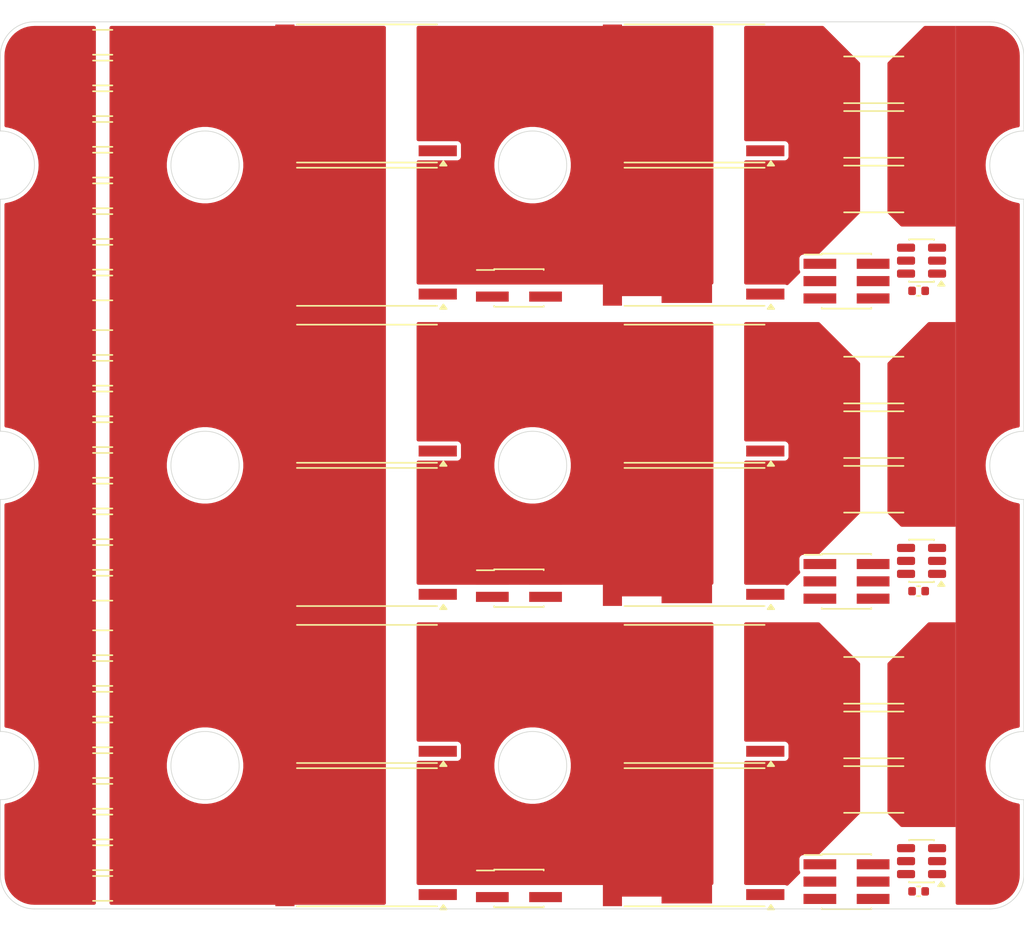
<source format=kicad_pcb>
(kicad_pcb (version 20241229) (generator "pcbnew") (generator_version "9.0")
  (layers (0 "F.Cu" signal) (2 "B.Cu" signal) (13 "F.Paste" user) (15 "B.Paste" user) (5 "F.SilkS" user "F.Silkscreen") (7 "B.SilkS" user "B.Silkscreen") (1 "F.Mask" user) (3 "B.Mask" user) (25 "Edge.Cuts" user))
  (net 0 "")
  (net 1 "/Phase2/GH")
  (net 2 "/Phase2/GL")
  (net 3 "/Phase1/GL")
  (net 4 "/Phase1/GH")
  (net 5 "/Phase3/GH")
  (net 6 "/Phase3/GL")
  (net 7 "GND")
  (net 8 "VBUS")
  (net 9 "GNDPWR")
  (net 10 "/Phase1/SH")
  (net 11 "/Phase1/CUR")
  (net 12 "/Phase1/VREF")
  (net 13 "VCC")
  (net 14 "/Phase2/SH")
  (net 15 "/Phase2/VREF")
  (net 16 "/Phase2/CUR")
  (net 17 "/Phase3/VREF")
  (net 18 "/Phase3/CUR")
  (net 19 "/Phase3/SH")
  (net 20 "/Phase1/PH")
  (net 21 "/Phase2/PH")
  (net 22 "/Phase3/PH")
  (footprint "Connector_PinHeader_1.27mm:PinHeader_2x03_P1.27mm_Vertical_SMD" (layer "F.Cu") (at 87 80.5)
    (property "Reference" "J2" (hide yes))
    (property "Value" "Conn_02x03_Odd_Even")
    (pad "1" smd rect (at -1.95 -1.27) (size 2.4 0.74) (layers "F.Cu" "F.Mask" "F.Paste") (net 12 "/Phase1/VREF"))
    (pad "2" smd rect (at 1.95 -1.27) (size 2.4 0.74) (layers "F.Cu" "F.Mask" "F.Paste") (net 13 "VCC"))
    (pad "3" smd rect (at -1.95 0) (size 2.4 0.74) (layers "F.Cu" "F.Mask" "F.Paste") (net 10 "/Phase1/SH"))
    (pad "4" smd rect (at 1.95 0) (size 2.4 0.74) (layers "F.Cu" "F.Mask" "F.Paste") (net 7 "GND"))
    (pad "5" smd rect (at -1.95 1.27) (size 2.4 0.74) (layers "F.Cu" "F.Mask" "F.Paste") (net 3 "/Phase1/GL"))
    (pad "6" smd rect (at 1.95 1.27) (size 2.4 0.74) (layers "F.Cu" "F.Mask" "F.Paste") (net 11 "/Phase1/CUR"))
  )
  (footprint "Capacitor_SMD:C_1206_3216Metric" (layer "F.Cu") (at 32.5 50 180)
    (property "Reference" "C16" (hide yes))
    (property "Value" "2u2")
    (pad "1" smd roundrect (at -1.475 0 180) (size 1.15 1.8) (layers "F.Cu" "F.Mask" "F.Paste") (roundrect_rratio 0.217391) (net 8 "VBUS"))
    (pad "2" smd roundrect (at 1.475 0 180) (size 1.15 1.8) (layers "F.Cu" "F.Mask" "F.Paste") (roundrect_rratio 0.217391) (net 9 "GNDPWR"))
  )
  (footprint "Capacitor_SMD:C_1206_3216Metric" (layer "F.Cu") (at 32.5 63 180)
    (property "Reference" "C10" (hide yes))
    (property "Value" "2u2")
    (pad "1" smd roundrect (at -1.475001 0 180) (size 1.15 1.8) (layers "F.Cu" "F.Mask" "F.Paste") (roundrect_rratio 0.217391) (net 8 "VBUS"))
    (pad "2" smd roundrect (at 1.475001 0 180) (size 1.15 1.8) (layers "F.Cu" "F.Mask" "F.Paste") (roundrect_rratio 0.217391) (net 9 "GNDPWR"))
  )
  (footprint "Capacitor_SMD:C_1206_3216Metric" (layer "F.Cu") (at 32.5 47.75 180)
    (property "Reference" "C17" (hide yes))
    (property "Value" "2u2")
    (pad "1" smd roundrect (at -1.475 0 180) (size 1.15 1.8) (layers "F.Cu" "F.Mask" "F.Paste") (roundrect_rratio 0.217391) (net 8 "VBUS"))
    (pad "2" smd roundrect (at 1.475 0 180) (size 1.15 1.8) (layers "F.Cu" "F.Mask" "F.Paste") (roundrect_rratio 0.217391) (net 9 "GNDPWR"))
  )
  (footprint "Package_TO_SOT_SMD:Infineon_PG-HSOF-8-1" (layer "F.Cu") (at 75.8 66.75 180)
    (property "Reference" "Q4" (hide yes))
    (property "Value" "IPT015N10NF2S")
    (pad "1" smd rect (at -5.25 -4.2 180) (size 2.8 0.8) (layers "F.Cu" "F.Mask") (net 3 "/Phase1/GL"))
    (pad "2" smd custom (at -4.25 0.6 180) (size 0.8 8) (layers "F.Cu" "F.Mask") (net 10 "/Phase1/SH") (options (clearance outline) (anchor rect)) (primitives (gr_poly (pts (xy -0.4 -3.2) (xy -2.4 -3.2) (xy -2.4 -4) (xy -0.4 -4)) (width 0) (fill yes)) (gr_poly (pts (xy -0.4 -2) (xy -2.4 -2) (xy -2.4 -2.8) (xy -0.4 -2.8)) (width 0) (fill yes)) (gr_poly (pts (xy -0.4 -0.8) (xy -2.4 -0.8) (xy -2.4 -1.6) (xy -0.4 -1.6)) (width 0) (fill yes)) (gr_poly (pts (xy -0.4 0.4) (xy -2.4 0.4) (xy -2.4 -0.4) (xy -0.4 -0.4)) (width 0) (fill yes)) (gr_poly (pts (xy -0.4 1.6) (xy -2.4 1.6) (xy -2.4 0.8) (xy -0.4 0.8)) (width 0) (fill yes)) (gr_poly (pts (xy -0.4 2.8) (xy -2.4 2.8) (xy -2.4 2) (xy -0.4 2)) (width 0) (fill yes)) (gr_poly (pts (xy -0.4 4) (xy -2.4 4) (xy -2.4 3.2) (xy -0.4 3.2)) (width 0) (fill yes))))
    (pad "3" smd custom (at 3.8 0 180) (size 2.9 8.7) (layers "F.Cu" "F.Mask") (net 20 "/Phase1/PH") (options (clearance outline) (anchor rect)) (primitives (gr_poly (pts (xy 2.85 5.05) (xy 1.45 5.05) (xy 1.45 -5.05) (xy 2.85 -5.05)) (width 0) (fill yes)) (gr_poly (pts (xy -1.45 4.85) (xy -5.15 4.85) (xy -5.15 -4.85) (xy -1.45 -4.85)) (width 0) (fill yes))))
  )
  (footprint "Resistor_SMD:R_2512_6332Metric" (layer "F.Cu") (at 89 69.75)
    (property "Reference" "R2" (hide yes))
    (property "Value" "1m")
    (pad "1" smd roundrect (at -2.9625 0) (size 1.225 3.35) (layers "F.Cu" "F.Mask" "F.Paste") (roundrect_rratio 0.204082) (net 10 "/Phase1/SH"))
    (pad "2" smd roundrect (at 2.9625 0) (size 1.225 3.35) (layers "F.Cu" "F.Mask" "F.Paste") (roundrect_rratio 0.204082) (net 9 "GNDPWR"))
  )
  (footprint "Package_TO_SOT_SMD:Infineon_PG-HSOF-8-1" (layer "F.Cu") (at 51.8 44.75 180)
    (property "Reference" "Q6" (hide yes))
    (property "Value" "IPT015N10NF2S")
    (pad "1" smd rect (at -5.25 -4.2 180) (size 2.8 0.8) (layers "F.Cu" "F.Mask") (net 1 "/Phase2/GH"))
    (pad "2" smd custom (at -4.25 0.6 180) (size 0.8 8) (layers "F.Cu" "F.Mask") (net 21 "/Phase2/PH") (options (clearance outline) (anchor rect)) (primitives (gr_poly (pts (xy -0.4 -3.2) (xy -2.4 -3.2) (xy -2.4 -4) (xy -0.4 -4)) (width 0) (fill yes)) (gr_poly (pts (xy -0.4 -2) (xy -2.4 -2) (xy -2.4 -2.8) (xy -0.4 -2.8)) (width 0) (fill yes)) (gr_poly (pts (xy -0.4 -0.8) (xy -2.4 -0.8) (xy -2.4 -1.6) (xy -0.4 -1.6)) (width 0) (fill yes)) (gr_poly (pts (xy -0.4 0.4) (xy -2.4 0.4) (xy -2.4 -0.4) (xy -0.4 -0.4)) (width 0) (fill yes)) (gr_poly (pts (xy -0.4 1.6) (xy -2.4 1.6) (xy -2.4 0.8) (xy -0.4 0.8)) (width 0) (fill yes)) (gr_poly (pts (xy -0.4 2.8) (xy -2.4 2.8) (xy -2.4 2) (xy -0.4 2)) (width 0) (fill yes)) (gr_poly (pts (xy -0.4 4) (xy -2.4 4) (xy -2.4 3.2) (xy -0.4 3.2)) (width 0) (fill yes))))
    (pad "3" smd custom (at 3.8 0 180) (size 2.9 8.7) (layers "F.Cu" "F.Mask") (net 8 "VBUS") (options (clearance outline) (anchor rect)) (primitives (gr_poly (pts (xy 2.85 5.05) (xy 1.45 5.05) (xy 1.45 -5.05) (xy 2.85 -5.05)) (width 0) (fill yes)) (gr_poly (pts (xy -1.45 4.85) (xy -5.15 4.85) (xy -5.15 -4.85) (xy -1.45 -4.85)) (width 0) (fill yes))))
  )
  (footprint "Resistor_SMD:R_2512_6332Metric" (layer "F.Cu") (at 89 29.75)
    (property "Reference" "R7" (hide yes))
    (property "Value" "1m")
    (pad "1" smd roundrect (at -2.9625 0) (size 1.225 3.35) (layers "F.Cu" "F.Mask" "F.Paste") (roundrect_rratio 0.204082) (net 19 "/Phase3/SH"))
    (pad "2" smd roundrect (at 2.9625 0) (size 1.225 3.35) (layers "F.Cu" "F.Mask" "F.Paste") (roundrect_rratio 0.204082) (net 9 "GNDPWR"))
  )
  (footprint "Package_TO_SOT_SMD:Infineon_PG-HSOF-8-1" (layer "F.Cu") (at 75.8 77.25 180)
    (property "Reference" "Q3" (hide yes))
    (property "Value" "IPT015N10NF2S")
    (pad "1" smd rect (at -5.25 -4.2 180) (size 2.8 0.8) (layers "F.Cu" "F.Mask") (net 3 "/Phase1/GL"))
    (pad "2" smd custom (at -4.25 0.6 180) (size 0.8 8) (layers "F.Cu" "F.Mask") (net 10 "/Phase1/SH") (options (clearance outline) (anchor rect)) (primitives (gr_poly (pts (xy -0.4 -3.2) (xy -2.4 -3.2) (xy -2.4 -4) (xy -0.4 -4)) (width 0) (fill yes)) (gr_poly (pts (xy -0.4 -2) (xy -2.4 -2) (xy -2.4 -2.8) (xy -0.4 -2.8)) (width 0) (fill yes)) (gr_poly (pts (xy -0.4 -0.8) (xy -2.4 -0.8) (xy -2.4 -1.6) (xy -0.4 -1.6)) (width 0) (fill yes)) (gr_poly (pts (xy -0.4 0.4) (xy -2.4 0.4) (xy -2.4 -0.4) (xy -0.4 -0.4)) (width 0) (fill yes)) (gr_poly (pts (xy -0.4 1.6) (xy -2.4 1.6) (xy -2.4 0.8) (xy -0.4 0.8)) (width 0) (fill yes)) (gr_poly (pts (xy -0.4 2.8) (xy -2.4 2.8) (xy -2.4 2) (xy -0.4 2)) (width 0) (fill yes)) (gr_poly (pts (xy -0.4 4) (xy -2.4 4) (xy -2.4 3.2) (xy -0.4 3.2)) (width 0) (fill yes))))
    (pad "3" smd custom (at 3.8 0 180) (size 2.9 8.7) (layers "F.Cu" "F.Mask") (net 20 "/Phase1/PH") (options (clearance outline) (anchor rect)) (primitives (gr_poly (pts (xy 2.85 5.05) (xy 1.45 5.05) (xy 1.45 -5.05) (xy 2.85 -5.05)) (width 0) (fill yes)) (gr_poly (pts (xy -1.45 4.85) (xy -5.15 4.85) (xy -5.15 -4.85) (xy -1.45 -4.85)) (width 0) (fill yes))))
  )
  (footprint "Capacitor_SMD:C_1206_3216Metric" (layer "F.Cu") (at 32.5 81 180)
    (property "Reference" "C2" (hide yes))
    (property "Value" "2u2")
    (pad "1" smd roundrect (at -1.475001 0 180) (size 1.15 1.8) (layers "F.Cu" "F.Mask" "F.Paste") (roundrect_rratio 0.217391) (net 8 "VBUS"))
    (pad "2" smd roundrect (at 1.475001 0 180) (size 1.15 1.8) (layers "F.Cu" "F.Mask" "F.Paste") (roundrect_rratio 0.217391) (net 9 "GNDPWR"))
  )
  (footprint "Capacitor_SMD:C_1206_3216Metric" (layer "F.Cu") (at 32.5 59 180)
    (property "Reference" "C12" (hide yes))
    (property "Value" "2u2")
    (pad "1" smd roundrect (at -1.475 0 180) (size 1.15 1.8) (layers "F.Cu" "F.Mask" "F.Paste") (roundrect_rratio 0.217391) (net 8 "VBUS"))
    (pad "2" smd roundrect (at 1.475 0 180) (size 1.15 1.8) (layers "F.Cu" "F.Mask" "F.Paste") (roundrect_rratio 0.217391) (net 9 "GNDPWR"))
  )
  (footprint "Package_TO_SOT_SMD:Infineon_PG-HSOF-8-1" (layer "F.Cu") (at 51.8 22.75 180)
    (property "Reference" "Q10" (hide yes))
    (property "Value" "IPT015N10NF2S")
    (pad "1" smd rect (at -5.25 -4.2 180) (size 2.8 0.8) (layers "F.Cu" "F.Mask") (net 5 "/Phase3/GH"))
    (pad "2" smd custom (at -4.25 0.6 180) (size 0.8 8) (layers "F.Cu" "F.Mask") (net 22 "/Phase3/PH") (options (clearance outline) (anchor rect)) (primitives (gr_poly (pts (xy -0.4 -3.2) (xy -2.4 -3.2) (xy -2.4 -4) (xy -0.4 -4)) (width 0) (fill yes)) (gr_poly (pts (xy -0.4 -2) (xy -2.4 -2) (xy -2.4 -2.8) (xy -0.4 -2.8)) (width 0) (fill yes)) (gr_poly (pts (xy -0.4 -0.8) (xy -2.4 -0.8) (xy -2.4 -1.6) (xy -0.4 -1.6)) (width 0) (fill yes)) (gr_poly (pts (xy -0.4 0.4) (xy -2.4 0.4) (xy -2.4 -0.4) (xy -0.4 -0.4)) (width 0) (fill yes)) (gr_poly (pts (xy -0.4 1.6) (xy -2.4 1.6) (xy -2.4 0.8) (xy -0.4 0.8)) (width 0) (fill yes)) (gr_poly (pts (xy -0.4 2.8) (xy -2.4 2.8) (xy -2.4 2) (xy -0.4 2)) (width 0) (fill yes)) (gr_poly (pts (xy -0.4 4) (xy -2.4 4) (xy -2.4 3.2) (xy -0.4 3.2)) (width 0) (fill yes))))
    (pad "3" smd custom (at 3.8 0 180) (size 2.9 8.7) (layers "F.Cu" "F.Mask") (net 8 "VBUS") (options (clearance outline) (anchor rect)) (primitives (gr_poly (pts (xy 2.85 5.05) (xy 1.45 5.05) (xy 1.45 -5.05) (xy 2.85 -5.05)) (width 0) (fill yes)) (gr_poly (pts (xy -1.45 4.85) (xy -5.15 4.85) (xy -5.15 -4.85) (xy -1.45 -4.85)) (width 0) (fill yes))))
  )
  (footprint "Capacitor_SMD:C_1206_3216Metric" (layer "F.Cu") (at 32.5 28 180)
    (property "Reference" "C26" (hide yes))
    (property "Value" "2u2")
    (pad "1" smd roundrect (at -1.475 0 180) (size 1.15 1.8) (layers "F.Cu" "F.Mask" "F.Paste") (roundrect_rratio 0.217391) (net 8 "VBUS"))
    (pad "2" smd roundrect (at 1.475 0 180) (size 1.15 1.8) (layers "F.Cu" "F.Mask" "F.Paste") (roundrect_rratio 0.217391) (net 9 "GNDPWR"))
  )
  (footprint "Package_TO_SOT_SMD:Infineon_PG-HSOF-8-1" (layer "F.Cu") (at 51.8 55.25 180)
    (property "Reference" "Q5" (hide yes))
    (property "Value" "IPT015N10NF2S")
    (pad "1" smd rect (at -5.25 -4.2 180) (size 2.8 0.8) (layers "F.Cu" "F.Mask") (net 1 "/Phase2/GH"))
    (pad "2" smd custom (at -4.25 0.6 180) (size 0.8 8) (layers "F.Cu" "F.Mask") (net 21 "/Phase2/PH") (options (clearance outline) (anchor rect)) (primitives (gr_poly (pts (xy -0.4 -3.2) (xy -2.4 -3.2) (xy -2.4 -4) (xy -0.4 -4)) (width 0) (fill yes)) (gr_poly (pts (xy -0.4 -2) (xy -2.4 -2) (xy -2.4 -2.8) (xy -0.4 -2.8)) (width 0) (fill yes)) (gr_poly (pts (xy -0.4 -0.8) (xy -2.4 -0.8) (xy -2.4 -1.6) (xy -0.4 -1.6)) (width 0) (fill yes)) (gr_poly (pts (xy -0.4 0.4) (xy -2.4 0.4) (xy -2.4 -0.4) (xy -0.4 -0.4)) (width 0) (fill yes)) (gr_poly (pts (xy -0.4 1.6) (xy -2.4 1.6) (xy -2.4 0.8) (xy -0.4 0.8)) (width 0) (fill yes)) (gr_poly (pts (xy -0.4 2.8) (xy -2.4 2.8) (xy -2.4 2) (xy -0.4 2)) (width 0) (fill yes)) (gr_poly (pts (xy -0.4 4) (xy -2.4 4) (xy -2.4 3.2) (xy -0.4 3.2)) (width 0) (fill yes))))
    (pad "3" smd custom (at 3.8 0 180) (size 2.9 8.7) (layers "F.Cu" "F.Mask") (net 8 "VBUS") (options (clearance outline) (anchor rect)) (primitives (gr_poly (pts (xy 2.85 5.05) (xy 1.45 5.05) (xy 1.45 -5.05) (xy 2.85 -5.05)) (width 0) (fill yes)) (gr_poly (pts (xy -1.45 4.85) (xy -5.15 4.85) (xy -5.15 -4.85) (xy -1.45 -4.85)) (width 0) (fill yes))))
  )
  (footprint "Capacitor_SMD:C_1206_3216Metric" (layer "F.Cu") (at 32.5 69.75 180)
    (property "Reference" "C7" (hide yes))
    (property "Value" "2u2")
    (pad "1" smd roundrect (at -1.475001 0 180) (size 1.15 1.8) (layers "F.Cu" "F.Mask" "F.Paste") (roundrect_rratio 0.217391) (net 8 "VBUS"))
    (pad "2" smd roundrect (at 1.475001 0 180) (size 1.15 1.8) (layers "F.Cu" "F.Mask" "F.Paste") (roundrect_rratio 0.217391) (net 9 "GNDPWR"))
  )
  (footprint "Capacitor_SMD:C_0402_1005Metric" (layer "F.Cu") (at 92.285089 37.213801 180)
    (property "Reference" "C21" (hide yes))
    (property "Value" "100n")
    (pad "1" smd roundrect (at -0.48 0 180) (size 0.56 0.62) (layers "F.Cu" "F.Mask" "F.Paste") (net 13 "VCC"))
    (pad "2" smd roundrect (at 0.48 0 180) (size 0.56 0.62) (layers "F.Cu" "F.Mask" "F.Paste") (net 7 "GND"))
  )
  (footprint "Package_TO_SOT_SMD:Infineon_PG-HSOF-8-1" (layer "F.Cu") (at 75.8 22.75 180)
    (property "Reference" "Q12" (hide yes))
    (property "Value" "IPT015N10NF2S")
    (pad "1" smd rect (at -5.25 -4.2 180) (size 2.8 0.8) (layers "F.Cu" "F.Mask") (net 6 "/Phase3/GL"))
    (pad "2" smd custom (at -4.25 0.6 180) (size 0.8 8) (layers "F.Cu" "F.Mask") (net 19 "/Phase3/SH") (options (clearance outline) (anchor rect)) (primitives (gr_poly (pts (xy -0.4 -3.2) (xy -2.4 -3.2) (xy -2.4 -4) (xy -0.4 -4)) (width 0) (fill yes)) (gr_poly (pts (xy -0.4 -2) (xy -2.4 -2) (xy -2.4 -2.8) (xy -0.4 -2.8)) (width 0) (fill yes)) (gr_poly (pts (xy -0.4 -0.8) (xy -2.4 -0.8) (xy -2.4 -1.6) (xy -0.4 -1.6)) (width 0) (fill yes)) (gr_poly (pts (xy -0.4 0.4) (xy -2.4 0.4) (xy -2.4 -0.4) (xy -0.4 -0.4)) (width 0) (fill yes)) (gr_poly (pts (xy -0.4 1.6) (xy -2.4 1.6) (xy -2.4 0.8) (xy -0.4 0.8)) (width 0) (fill yes)) (gr_poly (pts (xy -0.4 2.8) (xy -2.4 2.8) (xy -2.4 2) (xy -0.4 2)) (width 0) (fill yes)) (gr_poly (pts (xy -0.4 4) (xy -2.4 4) (xy -2.4 3.2) (xy -0.4 3.2)) (width 0) (fill yes))))
    (pad "3" smd custom (at 3.8 0 180) (size 2.9 8.7) (layers "F.Cu" "F.Mask") (net 22 "/Phase3/PH") (options (clearance outline) (anchor rect)) (primitives (gr_poly (pts (xy 2.85 5.05) (xy 1.45 5.05) (xy 1.45 -5.05) (xy 2.85 -5.05)) (width 0) (fill yes)) (gr_poly (pts (xy -1.45 4.85) (xy -5.15 4.85) (xy -5.15 -4.85) (xy -1.45 -4.85)) (width 0) (fill yes))))
  )
  (footprint "Package_TO_SOT_SMD:Infineon_PG-HSOF-8-1" (layer "F.Cu") (at 51.8 33.25 180)
    (property "Reference" "Q9" (hide yes))
    (property "Value" "IPT015N10NF2S")
    (pad "1" smd rect (at -5.25 -4.2 180) (size 2.8 0.8) (layers "F.Cu" "F.Mask") (net 5 "/Phase3/GH"))
    (pad "2" smd custom (at -4.25 0.6 180) (size 0.8 8) (layers "F.Cu" "F.Mask") (net 22 "/Phase3/PH") (options (clearance outline) (anchor rect)) (primitives (gr_poly (pts (xy -0.4 -3.2) (xy -2.4 -3.2) (xy -2.4 -4) (xy -0.4 -4)) (width 0) (fill yes)) (gr_poly (pts (xy -0.4 -2) (xy -2.4 -2) (xy -2.4 -2.8) (xy -0.4 -2.8)) (width 0) (fill yes)) (gr_poly (pts (xy -0.4 -0.8) (xy -2.4 -0.8) (xy -2.4 -1.6) (xy -0.4 -1.6)) (width 0) (fill yes)) (gr_poly (pts (xy -0.4 0.4) (xy -2.4 0.4) (xy -2.4 -0.4) (xy -0.4 -0.4)) (width 0) (fill yes)) (gr_poly (pts (xy -0.4 1.6) (xy -2.4 1.6) (xy -2.4 0.8) (xy -0.4 0.8)) (width 0) (fill yes)) (gr_poly (pts (xy -0.4 2.8) (xy -2.4 2.8) (xy -2.4 2) (xy -0.4 2)) (width 0) (fill yes)) (gr_poly (pts (xy -0.4 4) (xy -2.4 4) (xy -2.4 3.2) (xy -0.4 3.2)) (width 0) (fill yes))))
    (pad "3" smd custom (at 3.8 0 180) (size 2.9 8.7) (layers "F.Cu" "F.Mask") (net 8 "VBUS") (options (clearance outline) (anchor rect)) (primitives (gr_poly (pts (xy 2.85 5.05) (xy 1.45 5.05) (xy 1.45 -5.05) (xy 2.85 -5.05)) (width 0) (fill yes)) (gr_poly (pts (xy -1.45 4.85) (xy -5.15 4.85) (xy -5.15 -4.85) (xy -1.45 -4.85)) (width 0) (fill yes))))
  )
  (footprint "Capacitor_SMD:C_1206_3216Metric" (layer "F.Cu") (at 32.5 45.5 180)
    (property "Reference" "C18" (hide yes))
    (property "Value" "2u2")
    (pad "1" smd roundrect (at -1.475 0 180) (size 1.15 1.8) (layers "F.Cu" "F.Mask" "F.Paste") (roundrect_rratio 0.217391) (net 8 "VBUS"))
    (pad "2" smd roundrect (at 1.475 0 180) (size 1.15 1.8) (layers "F.Cu" "F.Mask" "F.Paste") (roundrect_rratio 0.217391) (net 9 "GNDPWR"))
  )
  (footprint "Capacitor_SMD:C_1206_3216Metric" (layer "F.Cu") (at 32.5 65.25 180)
    (property "Reference" "C9" (hide yes))
    (property "Value" "2u2")
    (pad "1" smd roundrect (at -1.475001 0 180) (size 1.15 1.8) (layers "F.Cu" "F.Mask" "F.Paste") (roundrect_rratio 0.217391) (net 8 "VBUS"))
    (pad "2" smd roundrect (at 1.475001 0 180) (size 1.15 1.8) (layers "F.Cu" "F.Mask" "F.Paste") (roundrect_rratio 0.217391) (net 9 "GNDPWR"))
  )
  (footprint "Capacitor_SMD:C_1206_3216Metric" (layer "F.Cu") (at 32.5 56.75 180)
    (property "Reference" "C13" (hide yes))
    (property "Value" "2u2")
    (pad "1" smd roundrect (at -1.475 0 180) (size 1.15 1.8) (layers "F.Cu" "F.Mask" "F.Paste") (roundrect_rratio 0.217391) (net 8 "VBUS"))
    (pad "2" smd roundrect (at 1.475 0 180) (size 1.15 1.8) (layers "F.Cu" "F.Mask" "F.Paste") (roundrect_rratio 0.217391) (net 9 "GNDPWR"))
  )
  (footprint "Capacitor_SMD:C_1206_3216Metric" (layer "F.Cu") (at 32.5 32.5 180)
    (property "Reference" "C24" (hide yes))
    (property "Value" "2u2")
    (pad "1" smd roundrect (at -1.475 0 180) (size 1.15 1.8) (layers "F.Cu" "F.Mask" "F.Paste") (roundrect_rratio 0.217391) (net 8 "VBUS"))
    (pad "2" smd roundrect (at 1.475 0 180) (size 1.15 1.8) (layers "F.Cu" "F.Mask" "F.Paste") (roundrect_rratio 0.217391) (net 9 "GNDPWR"))
  )
  (footprint "Capacitor_SMD:C_1206_3216Metric" (layer "F.Cu") (at 32.5 37 180)
    (property "Reference" "C22" (hide yes))
    (property "Value" "2u2")
    (pad "1" smd roundrect (at -1.475 0 180) (size 1.15 1.8) (layers "F.Cu" "F.Mask" "F.Paste") (roundrect_rratio 0.217391) (net 8 "VBUS"))
    (pad "2" smd roundrect (at 1.475 0 180) (size 1.15 1.8) (layers "F.Cu" "F.Mask" "F.Paste") (roundrect_rratio 0.217391) (net 9 "GNDPWR"))
  )
  (footprint "Capacitor_SMD:C_0402_1005Metric" (layer "F.Cu") (at 92.285089 59.213801 180)
    (property "Reference" "C11" (hide yes))
    (property "Value" "100n")
    (pad "1" smd roundrect (at -0.48 0 180) (size 0.56 0.62) (layers "F.Cu" "F.Mask" "F.Paste") (net 13 "VCC"))
    (pad "2" smd roundrect (at 0.48 0 180) (size 0.56 0.62) (layers "F.Cu" "F.Mask" "F.Paste") (net 7 "GND"))
  )
  (footprint "Package_TO_SOT_SMD:Infineon_PG-HSOF-8-1" (layer "F.Cu") (at 51.8 66.75 180)
    (property "Reference" "Q2" (hide yes))
    (property "Value" "IPT015N10NF2S")
    (pad "1" smd rect (at -5.25 -4.2 180) (size 2.8 0.8) (layers "F.Cu" "F.Mask") (net 4 "/Phase1/GH"))
    (pad "2" smd custom (at -4.25 0.6 180) (size 0.8 8) (layers "F.Cu" "F.Mask") (net 20 "/Phase1/PH") (options (clearance outline) (anchor rect)) (primitives (gr_poly (pts (xy -0.4 -3.2) (xy -2.4 -3.2) (xy -2.4 -4) (xy -0.4 -4)) (width 0) (fill yes)) (gr_poly (pts (xy -0.4 -2) (xy -2.4 -2) (xy -2.4 -2.8) (xy -0.4 -2.8)) (width 0) (fill yes)) (gr_poly (pts (xy -0.4 -0.8) (xy -2.4 -0.8) (xy -2.4 -1.6) (xy -0.4 -1.6)) (width 0) (fill yes)) (gr_poly (pts (xy -0.4 0.4) (xy -2.4 0.4) (xy -2.4 -0.4) (xy -0.4 -0.4)) (width 0) (fill yes)) (gr_poly (pts (xy -0.4 1.6) (xy -2.4 1.6) (xy -2.4 0.8) (xy -0.4 0.8)) (width 0) (fill yes)) (gr_poly (pts (xy -0.4 2.8) (xy -2.4 2.8) (xy -2.4 2) (xy -0.4 2)) (width 0) (fill yes)) (gr_poly (pts (xy -0.4 4) (xy -2.4 4) (xy -2.4 3.2) (xy -0.4 3.2)) (width 0) (fill yes))))
    (pad "3" smd custom (at 3.8 0 180) (size 2.9 8.7) (layers "F.Cu" "F.Mask") (net 8 "VBUS") (options (clearance outline) (anchor rect)) (primitives (gr_poly (pts (xy 2.85 5.05) (xy 1.45 5.05) (xy 1.45 -5.05) (xy 2.85 -5.05)) (width 0) (fill yes)) (gr_poly (pts (xy -1.45 4.85) (xy -5.15 4.85) (xy -5.15 -4.85) (xy -1.45 -4.85)) (width 0) (fill yes))))
  )
  (footprint "Capacitor_SMD:C_1206_3216Metric" (layer "F.Cu") (at 32.5 30.25 180)
    (property "Reference" "C25" (hide yes))
    (property "Value" "2u2")
    (pad "1" smd roundrect (at -1.475 0 180) (size 1.15 1.8) (layers "F.Cu" "F.Mask" "F.Paste") (roundrect_rratio 0.217391) (net 8 "VBUS"))
    (pad "2" smd roundrect (at 1.475 0 180) (size 1.15 1.8) (layers "F.Cu" "F.Mask" "F.Paste") (roundrect_rratio 0.217391) (net 9 "GNDPWR"))
  )
  (footprint "Capacitor_SMD:C_1206_3216Metric" (layer "F.Cu") (at 32.5 74.25 180)
    (property "Reference" "C5" (hide yes))
    (property "Value" "2u2")
    (pad "1" smd roundrect (at -1.475001 0 180) (size 1.15 1.8) (layers "F.Cu" "F.Mask" "F.Paste") (roundrect_rratio 0.217391) (net 8 "VBUS"))
    (pad "2" smd roundrect (at 1.475001 0 180) (size 1.15 1.8) (layers "F.Cu" "F.Mask" "F.Paste") (roundrect_rratio 0.217391) (net 9 "GNDPWR"))
  )
  (footprint "Capacitor_SMD:C_1206_3216Metric" (layer "F.Cu") (at 32.5 43.25 180)
    (property "Reference" "C19" (hide yes))
    (property "Value" "2u2")
    (pad "1" smd roundrect (at -1.475 0 180) (size 1.15 1.8) (layers "F.Cu" "F.Mask" "F.Paste") (roundrect_rratio 0.217391) (net 8 "VBUS"))
    (pad "2" smd roundrect (at 1.475 0 180) (size 1.15 1.8) (layers "F.Cu" "F.Mask" "F.Paste") (roundrect_rratio 0.217391) (net 9 "GNDPWR"))
  )
  (footprint "Connector_PinHeader_1.27mm:PinHeader_2x03_P1.27mm_Vertical_SMD" (layer "F.Cu") (at 87 58.5)
    (property "Reference" "J4" (hide yes))
    (property "Value" "Conn_02x03_Odd_Even")
    (pad "1" smd rect (at -1.95 -1.27) (size 2.4 0.74) (layers "F.Cu" "F.Mask" "F.Paste") (net 15 "/Phase2/VREF"))
    (pad "2" smd rect (at 1.95 -1.27) (size 2.4 0.74) (layers "F.Cu" "F.Mask" "F.Paste") (net 13 "VCC"))
    (pad "3" smd rect (at -1.95 0) (size 2.4 0.74) (layers "F.Cu" "F.Mask" "F.Paste") (net 14 "/Phase2/SH"))
    (pad "4" smd rect (at 1.95 0) (size 2.4 0.74) (layers "F.Cu" "F.Mask" "F.Paste") (net 7 "GND"))
    (pad "5" smd rect (at -1.95 1.27) (size 2.4 0.74) (layers "F.Cu" "F.Mask" "F.Paste") (net 2 "/Phase2/GL"))
    (pad "6" smd rect (at 1.95 1.27) (size 2.4 0.74) (layers "F.Cu" "F.Mask" "F.Paste") (net 16 "/Phase2/CUR"))
  )
  (footprint "Resistor_SMD:R_2512_6332Metric" (layer "F.Cu") (at 89 43.75)
    (property "Reference" "R6" (hide yes))
    (property "Value" "1m")
    (pad "1" smd roundrect (at -2.9625 0) (size 1.225 3.35) (layers "F.Cu" "F.Mask" "F.Paste") (roundrect_rratio 0.204082) (net 14 "/Phase2/SH"))
    (pad "2" smd roundrect (at 2.9625 0) (size 1.225 3.35) (layers "F.Cu" "F.Mask" "F.Paste") (roundrect_rratio 0.204082) (net 9 "GNDPWR"))
  )
  (footprint "Package_TO_SOT_SMD:Infineon_PG-HSOF-8-1" (layer "F.Cu") (at 75.8 44.75 180)
    (property "Reference" "Q8" (hide yes))
    (property "Value" "IPT015N10NF2S")
    (pad "1" smd rect (at -5.25 -4.2 180) (size 2.8 0.8) (layers "F.Cu" "F.Mask") (net 2 "/Phase2/GL"))
    (pad "2" smd custom (at -4.25 0.6 180) (size 0.8 8) (layers "F.Cu" "F.Mask") (net 14 "/Phase2/SH") (options (clearance outline) (anchor rect)) (primitives (gr_poly (pts (xy -0.4 -3.2) (xy -2.4 -3.2) (xy -2.4 -4) (xy -0.4 -4)) (width 0) (fill yes)) (gr_poly (pts (xy -0.4 -2) (xy -2.4 -2) (xy -2.4 -2.8) (xy -0.4 -2.8)) (width 0) (fill yes)) (gr_poly (pts (xy -0.4 -0.8) (xy -2.4 -0.8) (xy -2.4 -1.6) (xy -0.4 -1.6)) (width 0) (fill yes)) (gr_poly (pts (xy -0.4 0.4) (xy -2.4 0.4) (xy -2.4 -0.4) (xy -0.4 -0.4)) (width 0) (fill yes)) (gr_poly (pts (xy -0.4 1.6) (xy -2.4 1.6) (xy -2.4 0.8) (xy -0.4 0.8)) (width 0) (fill yes)) (gr_poly (pts (xy -0.4 2.8) (xy -2.4 2.8) (xy -2.4 2) (xy -0.4 2)) (width 0) (fill yes)) (gr_poly (pts (xy -0.4 4) (xy -2.4 4) (xy -2.4 3.2) (xy -0.4 3.2)) (width 0) (fill yes))))
    (pad "3" smd custom (at 3.8 0 180) (size 2.9 8.7) (layers "F.Cu" "F.Mask") (net 21 "/Phase2/PH") (options (clearance outline) (anchor rect)) (primitives (gr_poly (pts (xy 2.85 5.05) (xy 1.45 5.05) (xy 1.45 -5.05) (xy 2.85 -5.05)) (width 0) (fill yes)) (gr_poly (pts (xy -1.45 4.85) (xy -5.15 4.85) (xy -5.15 -4.85) (xy -1.45 -4.85)) (width 0) (fill yes))))
  )
  (footprint "Capacitor_SMD:C_1206_3216Metric" (layer "F.Cu") (at 32.5 72 180)
    (property "Reference" "C6" (hide yes))
    (property "Value" "2u2")
    (pad "1" smd roundrect (at -1.475001 0 180) (size 1.15 1.8) (layers "F.Cu" "F.Mask" "F.Paste") (roundrect_rratio 0.217391) (net 8 "VBUS"))
    (pad "2" smd roundrect (at 1.475001 0 180) (size 1.15 1.8) (layers "F.Cu" "F.Mask" "F.Paste") (roundrect_rratio 0.217391) (net 9 "GNDPWR"))
  )
  (footprint "Package_TO_SOT_SMD:Infineon_PG-HSOF-8-1" (layer "F.Cu") (at 51.8 77.25 180)
    (property "Reference" "Q1" (hide yes))
    (property "Value" "IPT015N10NF2S")
    (pad "1" smd rect (at -5.25 -4.2 180) (size 2.8 0.8) (layers "F.Cu" "F.Mask") (net 4 "/Phase1/GH"))
    (pad "2" smd custom (at -4.25 0.6 180) (size 0.8 8) (layers "F.Cu" "F.Mask") (net 20 "/Phase1/PH") (options (clearance outline) (anchor rect)) (primitives (gr_poly (pts (xy -0.4 -3.2) (xy -2.4 -3.2) (xy -2.4 -4) (xy -0.4 -4)) (width 0) (fill yes)) (gr_poly (pts (xy -0.4 -2) (xy -2.4 -2) (xy -2.4 -2.8) (xy -0.4 -2.8)) (width 0) (fill yes)) (gr_poly (pts (xy -0.4 -0.8) (xy -2.4 -0.8) (xy -2.4 -1.6) (xy -0.4 -1.6)) (width 0) (fill yes)) (gr_poly (pts (xy -0.4 0.4) (xy -2.4 0.4) (xy -2.4 -0.4) (xy -0.4 -0.4)) (width 0) (fill yes)) (gr_poly (pts (xy -0.4 1.6) (xy -2.4 1.6) (xy -2.4 0.8) (xy -0.4 0.8)) (width 0) (fill yes)) (gr_poly (pts (xy -0.4 2.8) (xy -2.4 2.8) (xy -2.4 2) (xy -0.4 2)) (width 0) (fill yes)) (gr_poly (pts (xy -0.4 4) (xy -2.4 4) (xy -2.4 3.2) (xy -0.4 3.2)) (width 0) (fill yes))))
    (pad "3" smd custom (at 3.8 0 180) (size 2.9 8.7) (layers "F.Cu" "F.Mask") (net 8 "VBUS") (options (clearance outline) (anchor rect)) (primitives (gr_poly (pts (xy 2.85 5.05) (xy 1.45 5.05) (xy 1.45 -5.05) (xy 2.85 -5.05)) (width 0) (fill yes)) (gr_poly (pts (xy -1.45 4.85) (xy -5.15 4.85) (xy -5.15 -4.85) (xy -1.45 -4.85)) (width 0) (fill yes))))
  )
  (footprint "Connector_PinHeader_1.27mm:PinHeader_2x02_P1.27mm_Vertical_SMD" (layer "F.Cu") (at 63 59)
    (property "Reference" "J3" (hide yes))
    (property "Value" "Conn_02x02_Odd_Even")
    (pad "1" smd rect (at -1.95 -0.635) (size 2.4 0.74) (layers "F.Cu" "F.Mask" "F.Paste") (net 21 "/Phase2/PH"))
    (pad "2" smd rect (at 1.95 -0.635) (size 2.4 0.74) (layers "F.Cu" "F.Mask" "F.Paste") (net 21 "/Phase2/PH"))
    (pad "3" smd rect (at -1.95 0.635) (size 2.4 0.74) (layers "F.Cu" "F.Mask" "F.Paste") (net 1 "/Phase2/GH"))
    (pad "4" smd rect (at 1.95 0.635) (size 2.4 0.74) (layers "F.Cu" "F.Mask" "F.Paste") (net 1 "/Phase2/GH"))
  )
  (footprint "Package_TO_SOT_SMD:Infineon_PG-HSOF-8-1" (layer "F.Cu") (at 75.8 55.25 180)
    (property "Reference" "Q7" (hide yes))
    (property "Value" "IPT015N10NF2S")
    (pad "1" smd rect (at -5.25 -4.2 180) (size 2.8 0.8) (layers "F.Cu" "F.Mask") (net 2 "/Phase2/GL"))
    (pad "2" smd custom (at -4.25 0.6 180) (size 0.8 8) (layers "F.Cu" "F.Mask") (net 14 "/Phase2/SH") (options (clearance outline) (anchor rect)) (primitives (gr_poly (pts (xy -0.4 -3.2) (xy -2.4 -3.2) (xy -2.4 -4) (xy -0.4 -4)) (width 0) (fill yes)) (gr_poly (pts (xy -0.4 -2) (xy -2.4 -2) (xy -2.4 -2.8) (xy -0.4 -2.8)) (width 0) (fill yes)) (gr_poly (pts (xy -0.4 -0.8) (xy -2.4 -0.8) (xy -2.4 -1.6) (xy -0.4 -1.6)) (width 0) (fill yes)) (gr_poly (pts (xy -0.4 0.4) (xy -2.4 0.4) (xy -2.4 -0.4) (xy -0.4 -0.4)) (width 0) (fill yes)) (gr_poly (pts (xy -0.4 1.6) (xy -2.4 1.6) (xy -2.4 0.8) (xy -0.4 0.8)) (width 0) (fill yes)) (gr_poly (pts (xy -0.4 2.8) (xy -2.4 2.8) (xy -2.4 2) (xy -0.4 2)) (width 0) (fill yes)) (gr_poly (pts (xy -0.4 4) (xy -2.4 4) (xy -2.4 3.2) (xy -0.4 3.2)) (width 0) (fill yes))))
    (pad "3" smd custom (at 3.8 0 180) (size 2.9 8.7) (layers "F.Cu" "F.Mask") (net 21 "/Phase2/PH") (options (clearance outline) (anchor rect)) (primitives (gr_poly (pts (xy 2.85 5.05) (xy 1.45 5.05) (xy 1.45 -5.05) (xy 2.85 -5.05)) (width 0) (fill yes)) (gr_poly (pts (xy -1.45 4.85) (xy -5.15 4.85) (xy -5.15 -4.85) (xy -1.45 -4.85)) (width 0) (fill yes))))
  )
  (footprint "Capacitor_SMD:C_1206_3216Metric" (layer "F.Cu") (at 32.5 21.25 180)
    (property "Reference" "C29" (hide yes))
    (property "Value" "2u2")
    (pad "1" smd roundrect (at -1.475 0 180) (size 1.15 1.8) (layers "F.Cu" "F.Mask" "F.Paste") (roundrect_rratio 0.217391) (net 8 "VBUS"))
    (pad "2" smd roundrect (at 1.475 0 180) (size 1.15 1.8) (layers "F.Cu" "F.Mask" "F.Paste") (roundrect_rratio 0.217391) (net 9 "GNDPWR"))
  )
  (footprint "Capacitor_SMD:C_1206_3216Metric" (layer "F.Cu") (at 32.5 34.75 180)
    (property "Reference" "C23" (hide yes))
    (property "Value" "2u2")
    (pad "1" smd roundrect (at -1.475 0 180) (size 1.15 1.8) (layers "F.Cu" "F.Mask" "F.Paste") (roundrect_rratio 0.217391) (net 8 "VBUS"))
    (pad "2" smd roundrect (at 1.475 0 180) (size 1.15 1.8) (layers "F.Cu" "F.Mask" "F.Paste") (roundrect_rratio 0.217391) (net 9 "GNDPWR"))
  )
  (footprint "Resistor_SMD:R_2512_6332Metric" (layer "F.Cu") (at 89 21.75)
    (property "Reference" "R9" (hide yes))
    (property "Value" "1m")
    (pad "1" smd roundrect (at -2.9625 0) (size 1.225 3.35) (layers "F.Cu" "F.Mask" "F.Paste") (roundrect_rratio 0.204082) (net 19 "/Phase3/SH"))
    (pad "2" smd roundrect (at 2.9625 0) (size 1.225 3.35) (layers "F.Cu" "F.Mask" "F.Paste") (roundrect_rratio 0.204082) (net 9 "GNDPWR"))
  )
  (footprint "Resistor_SMD:R_2512_6332Metric" (layer "F.Cu") (at 89 73.75)
    (property "Reference" "R1" (hide yes))
    (property "Value" "1m")
    (pad "1" smd roundrect (at -2.9625 0) (size 1.225 3.35) (layers "F.Cu" "F.Mask" "F.Paste") (roundrect_rratio 0.204082) (net 10 "/Phase1/SH"))
    (pad "2" smd roundrect (at 2.9625 0) (size 1.225 3.35) (layers "F.Cu" "F.Mask" "F.Paste") (roundrect_rratio 0.204082) (net 9 "GNDPWR"))
  )
  (footprint "Capacitor_SMD:C_1206_3216Metric" (layer "F.Cu") (at 32.5 78.75 180)
    (property "Reference" "C3" (hide yes))
    (property "Value" "2u2")
    (pad "1" smd roundrect (at -1.475001 0 180) (size 1.15 1.8) (layers "F.Cu" "F.Mask" "F.Paste") (roundrect_rratio 0.217391) (net 8 "VBUS"))
    (pad "2" smd roundrect (at 1.475001 0 180) (size 1.15 1.8) (layers "F.Cu" "F.Mask" "F.Paste") (roundrect_rratio 0.217391) (net 9 "GNDPWR"))
  )
  (footprint "Connector_PinHeader_1.27mm:PinHeader_2x02_P1.27mm_Vertical_SMD" (layer "F.Cu") (at 63 81)
    (property "Reference" "J1" (hide yes))
    (property "Value" "Conn_02x02_Odd_Even")
    (pad "1" smd rect (at -1.95 -0.635) (size 2.4 0.74) (layers "F.Cu" "F.Mask" "F.Paste") (net 20 "/Phase1/PH"))
    (pad "2" smd rect (at 1.95 -0.635) (size 2.4 0.74) (layers "F.Cu" "F.Mask" "F.Paste") (net 20 "/Phase1/PH"))
    (pad "3" smd rect (at -1.95 0.635) (size 2.4 0.74) (layers "F.Cu" "F.Mask" "F.Paste") (net 4 "/Phase1/GH"))
    (pad "4" smd rect (at 1.95 0.635) (size 2.4 0.74) (layers "F.Cu" "F.Mask" "F.Paste") (net 4 "/Phase1/GH"))
  )
  (footprint "Resistor_SMD:R_2512_6332Metric" (layer "F.Cu") (at 89 51.75)
    (property "Reference" "R4" (hide yes))
    (property "Value" "1m")
    (pad "1" smd roundrect (at -2.9625 0) (size 1.225 3.35) (layers "F.Cu" "F.Mask" "F.Paste") (roundrect_rratio 0.204082) (net 14 "/Phase2/SH"))
    (pad "2" smd roundrect (at 2.9625 0) (size 1.225 3.35) (layers "F.Cu" "F.Mask" "F.Paste") (roundrect_rratio 0.204082) (net 9 "GNDPWR"))
  )
  (footprint "Package_TO_SOT_SMD:SOT-23-6" (layer "F.Cu") (at 92.5 57 180)
    (property "Reference" "U2" (hide yes))
    (property "Value" "INA181")
    (pad "1" smd roundrect (at -1.1375 -0.95 180) (size 1.325 0.6) (layers "F.Cu" "F.Mask" "F.Paste") (net 16 "/Phase2/CUR"))
    (pad "2" smd roundrect (at -1.1375 0 180) (size 1.325 0.6) (layers "F.Cu" "F.Mask" "F.Paste") (net 7 "GND"))
    (pad "3" smd roundrect (at -1.1375 0.95 180) (size 1.325 0.6) (layers "F.Cu" "F.Mask" "F.Paste") (net 9 "GNDPWR"))
    (pad "4" smd roundrect (at 1.1375 0.95 180) (size 1.325 0.6) (layers "F.Cu" "F.Mask" "F.Paste") (net 14 "/Phase2/SH"))
    (pad "5" smd roundrect (at 1.1375 0 180) (size 1.325 0.6) (layers "F.Cu" "F.Mask" "F.Paste") (net 15 "/Phase2/VREF"))
    (pad "6" smd roundrect (at 1.1375 -0.95 180) (size 1.325 0.6) (layers "F.Cu" "F.Mask" "F.Paste") (net 13 "VCC"))
  )
  (footprint "Capacitor_SMD:C_1206_3216Metric" (layer "F.Cu") (at 32.5 54.5 180)
    (property "Reference" "C14" (hide yes))
    (property "Value" "2u2")
    (pad "1" smd roundrect (at -1.475 0 180) (size 1.15 1.8) (layers "F.Cu" "F.Mask" "F.Paste") (roundrect_rratio 0.217391) (net 8 "VBUS"))
    (pad "2" smd roundrect (at 1.475 0 180) (size 1.15 1.8) (layers "F.Cu" "F.Mask" "F.Paste") (roundrect_rratio 0.217391) (net 9 "GNDPWR"))
  )
  (footprint "Connector_PinHeader_1.27mm:PinHeader_2x03_P1.27mm_Vertical_SMD" (layer "F.Cu") (at 87 36.5)
    (property "Reference" "J6" (hide yes))
    (property "Value" "Conn_02x03_Odd_Even")
    (pad "1" smd rect (at -1.95 -1.27) (size 2.4 0.74) (layers "F.Cu" "F.Mask" "F.Paste") (net 17 "/Phase3/VREF"))
    (pad "2" smd rect (at 1.95 -1.27) (size 2.4 0.74) (layers "F.Cu" "F.Mask" "F.Paste") (net 13 "VCC"))
    (pad "3" smd rect (at -1.95 0) (size 2.4 0.74) (layers "F.Cu" "F.Mask" "F.Paste") (net 19 "/Phase3/SH"))
    (pad "4" smd rect (at 1.95 0) (size 2.4 0.74) (layers "F.Cu" "F.Mask" "F.Paste") (net 7 "GND"))
    (pad "5" smd rect (at -1.95 1.27) (size 2.4 0.74) (layers "F.Cu" "F.Mask" "F.Paste") (net 6 "/Phase3/GL"))
    (pad "6" smd rect (at 1.95 1.27) (size 2.4 0.74) (layers "F.Cu" "F.Mask" "F.Paste") (net 18 "/Phase3/CUR"))
  )
  (footprint "Resistor_SMD:R_2512_6332Metric" (layer "F.Cu") (at 89 25.75)
    (property "Reference" "R8" (hide yes))
    (property "Value" "1m")
    (pad "1" smd roundrect (at -2.9625 0) (size 1.225 3.35) (layers "F.Cu" "F.Mask" "F.Paste") (roundrect_rratio 0.204082) (net 19 "/Phase3/SH"))
    (pad "2" smd roundrect (at 2.9625 0) (size 1.225 3.35) (layers "F.Cu" "F.Mask" "F.Paste") (roundrect_rratio 0.204082) (net 9 "GNDPWR"))
  )
  (footprint "Resistor_SMD:R_2512_6332Metric" (layer "F.Cu") (at 89 65.75)
    (property "Reference" "R3" (hide yes))
    (property "Value" "1m")
    (pad "1" smd roundrect (at -2.9625 0) (size 1.225 3.35) (layers "F.Cu" "F.Mask" "F.Paste") (roundrect_rratio 0.204082) (net 10 "/Phase1/SH"))
    (pad "2" smd roundrect (at 2.9625 0) (size 1.225 3.35) (layers "F.Cu" "F.Mask" "F.Paste") (roundrect_rratio 0.204082) (net 9 "GNDPWR"))
  )
  (footprint "Package_TO_SOT_SMD:Infineon_PG-HSOF-8-1" (layer "F.Cu") (at 75.8 33.25 180)
    (property "Reference" "Q11" (hide yes))
    (property "Value" "IPT015N10NF2S")
    (pad "1" smd rect (at -5.25 -4.2 180) (size 2.8 0.8) (layers "F.Cu" "F.Mask") (net 6 "/Phase3/GL"))
    (pad "2" smd custom (at -4.25 0.6 180) (size 0.8 8) (layers "F.Cu" "F.Mask") (net 19 "/Phase3/SH") (options (clearance outline) (anchor rect)) (primitives (gr_poly (pts (xy -0.4 -3.2) (xy -2.4 -3.2) (xy -2.4 -4) (xy -0.4 -4)) (width 0) (fill yes)) (gr_poly (pts (xy -0.4 -2) (xy -2.4 -2) (xy -2.4 -2.8) (xy -0.4 -2.8)) (width 0) (fill yes)) (gr_poly (pts (xy -0.4 -0.8) (xy -2.4 -0.8) (xy -2.4 -1.6) (xy -0.4 -1.6)) (width 0) (fill yes)) (gr_poly (pts (xy -0.4 0.4) (xy -2.4 0.4) (xy -2.4 -0.4) (xy -0.4 -0.4)) (width 0) (fill yes)) (gr_poly (pts (xy -0.4 1.6) (xy -2.4 1.6) (xy -2.4 0.8) (xy -0.4 0.8)) (width 0) (fill yes)) (gr_poly (pts (xy -0.4 2.8) (xy -2.4 2.8) (xy -2.4 2) (xy -0.4 2)) (width 0) (fill yes)) (gr_poly (pts (xy -0.4 4) (xy -2.4 4) (xy -2.4 3.2) (xy -0.4 3.2)) (width 0) (fill yes))))
    (pad "3" smd custom (at 3.8 0 180) (size 2.9 8.7) (layers "F.Cu" "F.Mask") (net 22 "/Phase3/PH") (options (clearance outline) (anchor rect)) (primitives (gr_poly (pts (xy 2.85 5.05) (xy 1.45 5.05) (xy 1.45 -5.05) (xy 2.85 -5.05)) (width 0) (fill yes)) (gr_poly (pts (xy -1.45 4.85) (xy -5.15 4.85) (xy -5.15 -4.85) (xy -1.45 -4.85)) (width 0) (fill yes))))
  )
  (footprint "Capacitor_SMD:C_1206_3216Metric" (layer "F.Cu") (at 32.5 52.25 180)
    (property "Reference" "C15" (hide yes))
    (property "Value" "2u2")
    (pad "1" smd roundrect (at -1.475 0 180) (size 1.15 1.8) (layers "F.Cu" "F.Mask" "F.Paste") (roundrect_rratio 0.217391) (net 8 "VBUS"))
    (pad "2" smd roundrect (at 1.475 0 180) (size 1.15 1.8) (layers "F.Cu" "F.Mask" "F.Paste") (roundrect_rratio 0.217391) (net 9 "GNDPWR"))
  )
  (footprint "Resistor_SMD:R_2512_6332Metric" (layer "F.Cu") (at 89 47.75)
    (property "Reference" "R5" (hide yes))
    (property "Value" "1m")
    (pad "1" smd roundrect (at -2.9625 0) (size 1.225 3.35) (layers "F.Cu" "F.Mask" "F.Paste") (roundrect_rratio 0.204082) (net 14 "/Phase2/SH"))
    (pad "2" smd roundrect (at 2.9625 0) (size 1.225 3.35) (layers "F.Cu" "F.Mask" "F.Paste") (roundrect_rratio 0.204082) (net 9 "GNDPWR"))
  )
  (footprint "Capacitor_SMD:C_1206_3216Metric" (layer "F.Cu") (at 32.5 67.5 180)
    (property "Reference" "C8" (hide yes))
    (property "Value" "2u2")
    (pad "1" smd roundrect (at -1.475001 0 180) (size 1.15 1.8) (layers "F.Cu" "F.Mask" "F.Paste") (roundrect_rratio 0.217391) (net 8 "VBUS"))
    (pad "2" smd roundrect (at 1.475001 0 180) (size 1.15 1.8) (layers "F.Cu" "F.Mask" "F.Paste") (roundrect_rratio 0.217391) (net 9 "GNDPWR"))
  )
  (footprint "Capacitor_SMD:C_1206_3216Metric" (layer "F.Cu") (at 32.5 41 180)
    (property "Reference" "C20" (hide yes))
    (property "Value" "2u2")
    (pad "1" smd roundrect (at -1.475 0 180) (size 1.15 1.8) (layers "F.Cu" "F.Mask" "F.Paste") (roundrect_rratio 0.217391) (net 8 "VBUS"))
    (pad "2" smd roundrect (at 1.475 0 180) (size 1.15 1.8) (layers "F.Cu" "F.Mask" "F.Paste") (roundrect_rratio 0.217391) (net 9 "GNDPWR"))
  )
  (footprint "Capacitor_SMD:C_1206_3216Metric" (layer "F.Cu") (at 32.5 23.5 180)
    (property "Reference" "C28" (hide yes))
    (property "Value" "2u2")
    (pad "1" smd roundrect (at -1.475 0 180) (size 1.15 1.8) (layers "F.Cu" "F.Mask" "F.Paste") (roundrect_rratio 0.217391) (net 8 "VBUS"))
    (pad "2" smd roundrect (at 1.475 0 180) (size 1.15 1.8) (layers "F.Cu" "F.Mask" "F.Paste") (roundrect_rratio 0.217391) (net 9 "GNDPWR"))
  )
  (footprint "Package_TO_SOT_SMD:SOT-23-6" (layer "F.Cu") (at 92.5 79 180)
    (property "Reference" "U1" (hide yes))
    (property "Value" "INA181")
    (pad "1" smd roundrect (at -1.1375 -0.949999 180) (size 1.325 0.6) (layers "F.Cu" "F.Mask" "F.Paste") (net 11 "/Phase1/CUR"))
    (pad "2" smd roundrect (at -1.1375 0 180) (size 1.325 0.6) (layers "F.Cu" "F.Mask" "F.Paste") (net 7 "GND"))
    (pad "3" smd roundrect (at -1.1375 0.949999 180) (size 1.325 0.6) (layers "F.Cu" "F.Mask" "F.Paste") (net 9 "GNDPWR"))
    (pad "4" smd roundrect (at 1.1375 0.949999 180) (size 1.325 0.6) (layers "F.Cu" "F.Mask" "F.Paste") (net 10 "/Phase1/SH"))
    (pad "5" smd roundrect (at 1.1375 0 180) (size 1.325 0.6) (layers "F.Cu" "F.Mask" "F.Paste") (net 12 "/Phase1/VREF"))
    (pad "6" smd roundrect (at 1.1375 -0.949999 180) (size 1.325 0.6) (layers "F.Cu" "F.Mask" "F.Paste") (net 13 "VCC"))
  )
  (footprint "Capacitor_SMD:C_1206_3216Metric" (layer "F.Cu") (at 32.5 19 180)
    (property "Reference" "C30" (hide yes))
    (property "Value" "2u2")
    (pad "1" smd roundrect (at -1.475 0 180) (size 1.15 1.8) (layers "F.Cu" "F.Mask" "F.Paste") (roundrect_rratio 0.217391) (net 8 "VBUS"))
    (pad "2" smd roundrect (at 1.475 0 180) (size 1.15 1.8) (layers "F.Cu" "F.Mask" "F.Paste") (roundrect_rratio 0.217391) (net 9 "GNDPWR"))
  )
  (footprint "Capacitor_SMD:C_1206_3216Metric" (layer "F.Cu") (at 32.5 25.75 180)
    (property "Reference" "C27" (hide yes))
    (property "Value" "2u2")
    (pad "1" smd roundrect (at -1.475 0 180) (size 1.15 1.8) (layers "F.Cu" "F.Mask" "F.Paste") (roundrect_rratio 0.217391) (net 8 "VBUS"))
    (pad "2" smd roundrect (at 1.475 0 180) (size 1.15 1.8) (layers "F.Cu" "F.Mask" "F.Paste") (roundrect_rratio 0.217391) (net 9 "GNDPWR"))
  )
  (footprint "Connector_PinHeader_1.27mm:PinHeader_2x02_P1.27mm_Vertical_SMD" (layer "F.Cu") (at 63 37)
    (property "Reference" "J5" (hide yes))
    (property "Value" "Conn_02x02_Odd_Even")
    (pad "1" smd rect (at -1.95 -0.635) (size 2.4 0.74) (layers "F.Cu" "F.Mask" "F.Paste") (net 22 "/Phase3/PH"))
    (pad "2" smd rect (at 1.95 -0.635) (size 2.4 0.74) (layers "F.Cu" "F.Mask" "F.Paste") (net 22 "/Phase3/PH"))
    (pad "3" smd rect (at -1.95 0.635) (size 2.4 0.74) (layers "F.Cu" "F.Mask" "F.Paste") (net 5 "/Phase3/GH"))
    (pad "4" smd rect (at 1.95 0.635) (size 2.4 0.74) (layers "F.Cu" "F.Mask" "F.Paste") (net 5 "/Phase3/GH"))
  )
  (footprint "Package_TO_SOT_SMD:SOT-23-6" (layer "F.Cu") (at 92.5 35 180)
    (property "Reference" "U3" (hide yes))
    (property "Value" "INA181")
    (pad "1" smd roundrect (at -1.1375 -0.95 180) (size 1.325 0.6) (layers "F.Cu" "F.Mask" "F.Paste") (net 18 "/Phase3/CUR"))
    (pad "2" smd roundrect (at -1.1375 0 180) (size 1.325 0.6) (layers "F.Cu" "F.Mask" "F.Paste") (net 7 "GND"))
    (pad "3" smd roundrect (at -1.1375 0.95 180) (size 1.325 0.6) (layers "F.Cu" "F.Mask" "F.Paste") (net 9 "GNDPWR"))
    (pad "4" smd roundrect (at 1.1375 0.95 180) (size 1.325 0.6) (layers "F.Cu" "F.Mask" "F.Paste") (net 19 "/Phase3/SH"))
    (pad "5" smd roundrect (at 1.1375 0 180) (size 1.325 0.6) (layers "F.Cu" "F.Mask" "F.Paste") (net 17 "/Phase3/VREF"))
    (pad "6" smd roundrect (at 1.1375 -0.95 180) (size 1.325 0.6) (layers "F.Cu" "F.Mask" "F.Paste") (net 13 "VCC"))
  )
  (footprint "Capacitor_SMD:C_1206_3216Metric" (layer "F.Cu") (at 32.5 76.5 180)
    (property "Reference" "C4" (hide yes))
    (property "Value" "2u2")
    (pad "1" smd roundrect (at -1.475001 0 180) (size 1.15 1.8) (layers "F.Cu" "F.Mask" "F.Paste") (roundrect_rratio 0.217391) (net 8 "VBUS"))
    (pad "2" smd roundrect (at 1.475001 0 180) (size 1.15 1.8) (layers "F.Cu" "F.Mask" "F.Paste") (roundrect_rratio 0.217391) (net 9 "GNDPWR"))
  )
  (footprint "Capacitor_SMD:C_0402_1005Metric" (layer "F.Cu") (at 92.285089 81.213801 180)
    (property "Reference" "C1" (hide yes))
    (property "Value" "100n")
    (pad "1" smd roundrect (at -0.48 0 180) (size 0.56 0.62) (layers "F.Cu" "F.Mask" "F.Paste") (net 13 "VCC"))
    (pad "2" smd roundrect (at 0.48 0 180) (size 0.56 0.62) (layers "F.Cu" "F.Mask" "F.Paste") (net 7 "GND"))
  )
  (gr_line (start 100 52.5) (end 100 69.499999) (stroke (width 0.05)) (layer "Edge.Cuts"))
  (gr_arc (start 100 30.5) (mid 97.5 28) (end 100 25.5) (stroke (width 0.05)) (layer "Edge.Cuts"))
  (gr_arc (start 100 80) (mid 99.267767 81.767767) (end 97.5 82.5) (stroke (width 0.05)) (layer "Edge.Cuts"))
  (gr_arc (start 25 20) (mid 25.732233 18.232233) (end 27.5 17.5) (stroke (width 0.05)) (layer "Edge.Cuts"))
  (gr_circle (center 64 72) (end 64 69.5) (stroke (width 0.05)) (fill no) (layer "Edge.Cuts"))
  (gr_line (start 100 47.5) (end 100 30.5) (stroke (width 0.05)) (layer "Edge.Cuts"))
  (gr_arc (start 97.5 17.5) (mid 99.267767 18.232233) (end 100 20) (stroke (width 0.05)) (layer "Edge.Cuts"))
  (gr_line (start 25 74.5) (end 25 80) (stroke (width 0.05)) (layer "Edge.Cuts"))
  (gr_line (start 25 25.5) (end 25 20) (stroke (width 0.05)) (layer "Edge.Cuts"))
  (gr_line (start 25 47.5) (end 25 30.5) (stroke (width 0.05)) (layer "Edge.Cuts"))
  (gr_line (start 97.5 82.5) (end 27.5 82.5) (stroke (width 0.05)) (layer "Edge.Cuts"))
  (gr_arc (start 25 25.5) (mid 27.5 28) (end 25 30.5) (stroke (width 0.05)) (layer "Edge.Cuts"))
  (gr_circle (center 64 28) (end 64 25.5) (stroke (width 0.05)) (fill no) (layer "Edge.Cuts"))
  (gr_arc (start 25 47.5) (mid 27.5 50) (end 25 52.5) (stroke (width 0.05)) (layer "Edge.Cuts"))
  (gr_circle (center 40 72) (end 40 69.5) (stroke (width 0.05)) (fill no) (layer "Edge.Cuts"))
  (gr_line (start 27.5 17.5) (end 97.5 17.5) (stroke (width 0.05)) (layer "Edge.Cuts"))
  (gr_arc (start 27.5 82.5) (mid 25.732233 81.767767) (end 25 80) (stroke (width 0.05)) (layer "Edge.Cuts"))
  (gr_circle (center 64 50) (end 64 47.5) (stroke (width 0.05)) (fill no) (layer "Edge.Cuts"))
  (gr_line (start 100 25.5) (end 100 20) (stroke (width 0.05)) (layer "Edge.Cuts"))
  (gr_arc (start 100 52.5) (mid 97.5 50) (end 100 47.499999) (stroke (width 0.05)) (layer "Edge.Cuts"))
  (gr_arc (start 25 69.5) (mid 27.5 72) (end 25 74.5) (stroke (width 0.05)) (layer "Edge.Cuts"))
  (gr_line (start 100 74.5) (end 100 80) (stroke (width 0.05)) (layer "Edge.Cuts"))
  (gr_circle (center 40 28) (end 40 25.5) (stroke (width 0.05)) (fill no) (layer "Edge.Cuts"))
  (gr_circle (center 40 50) (end 40 47.5) (stroke (width 0.05)) (fill no) (layer "Edge.Cuts"))
  (gr_arc (start 100 74.5) (mid 97.5 72) (end 100 69.5) (stroke (width 0.05)) (layer "Edge.Cuts"))
  (gr_line (start 25 52.5) (end 25 69.5) (stroke (width 0.05)) (layer "Edge.Cuts"))
  (zone (net 10) (net_name "/Phase1/SH") (layer "F.Cu") (priority 3) (connect_pads yes (clearance 0.3)) (min_thickness 0.25) (fill yes (thermal_gap 0.5) (thermal_bridge_width 0.5))
    (polygon (pts (xy 79.5 61.5) (xy 79.5 81) (xy 82.5 81) (xy 88 75.5) (xy 88 64.5) (xy 85 61.5)))
  )
  (zone (net 9) (net_name "GNDPWR") (layer "F.Cu") (connect_pads yes (clearance 0.3)) (min_thickness 0.25) (fill yes (thermal_gap 0.5) (thermal_bridge_width 0.5) (island_removal_mode 1) (island_area_min 10))
    (polygon (pts (xy 95 17.5) (xy 100 17.5) (xy 100 82.5) (xy 95 82.5)))
  )
  (zone (net 9) (net_name "GNDPWR") (layer "F.Cu") (priority 4) (connect_pads yes (clearance 0.3)) (min_thickness 0.25) (fill yes (thermal_gap 0.5) (thermal_bridge_width 0.5))
    (polygon (pts (xy 90 31.5) (xy 91 32.5) (xy 95 32.5) (xy 95 17.5) (xy 93 17.5) (xy 90 20.5)))
  )
  (zone (net 9) (net_name "GNDPWR") (layer "F.Cu") (connect_pads yes (clearance 0.3)) (min_thickness 0.25) (fill yes (thermal_gap 0.5) (thermal_bridge_width 0.5) (island_removal_mode 1) (island_area_min 10))
    (polygon (pts (xy 25 17.5) (xy 32 17.5) (xy 32 82.5) (xy 25 82.5)))
  )
  (zone (net 14) (net_name "/Phase2/SH") (layer "F.Cu") (priority 3) (connect_pads yes (clearance 0.3)) (min_thickness 0.25) (fill yes (thermal_gap 0.5) (thermal_bridge_width 0.5))
    (polygon (pts (xy 79.5 39.5) (xy 79.5 59) (xy 82.5 59) (xy 88 53.5) (xy 88 42.5) (xy 85 39.5)))
  )
  (zone (net 19) (net_name "/Phase3/SH") (layer "F.Cu") (priority 3) (connect_pads yes (clearance 0.3)) (min_thickness 0.25) (fill yes (thermal_gap 0.5) (thermal_bridge_width 0.5))
    (polygon (pts (xy 79.5 17.5) (xy 79.5 37) (xy 82.5 37) (xy 88 31.5) (xy 88 20.5) (xy 85 17.5)))
  )
  (zone (net 20) (net_name "/Phase1/PH") (layer "F.Cu") (connect_pads yes (clearance 0.3)) (min_thickness 0.25) (fill yes (thermal_gap 0.5) (thermal_bridge_width 0.5) (island_removal_mode 1) (island_area_min 10))
    (polygon (pts (xy 55.5 61.5) (xy 77.25 61.5) (xy 77.25 80.75) (xy 55.5 80.75)))
  )
  (zone (net 21) (net_name "/Phase2/PH") (layer "F.Cu") (connect_pads yes (clearance 0.3)) (min_thickness 0.25) (fill yes (thermal_gap 0.5) (thermal_bridge_width 0.5) (island_removal_mode 1) (island_area_min 10))
    (polygon (pts (xy 55.5 39.5) (xy 77.25 39.5) (xy 77.25 58.75) (xy 55.5 58.75)))
  )
  (zone (net 9) (net_name "GNDPWR") (layer "F.Cu") (priority 4) (connect_pads yes (clearance 0.3)) (min_thickness 0.25) (fill yes (thermal_gap 0.5) (thermal_bridge_width 0.5))
    (polygon (pts (xy 90 53.5) (xy 91 54.5) (xy 95 54.5) (xy 95 39.5) (xy 93 39.5) (xy 90 42.5)))
  )
  (zone (net 9) (net_name "GNDPWR") (layer "F.Cu") (priority 4) (connect_pads yes (clearance 0.3)) (min_thickness 0.25) (fill yes (thermal_gap 0.5) (thermal_bridge_width 0.5))
    (polygon (pts (xy 90 75.5) (xy 91 76.5) (xy 95 76.5) (xy 95 61.5) (xy 93 61.5) (xy 90 64.5)))
  )
  (zone (net 22) (net_name "/Phase3/PH") (layer "F.Cu") (connect_pads yes (clearance 0.3)) (min_thickness 0.25) (fill yes (thermal_gap 0.5) (thermal_bridge_width 0.5) (island_removal_mode 1) (island_area_min 10))
    (polygon (pts (xy 55.5 17.5) (xy 77.25 17.5) (xy 77.25 36.75) (xy 55.5 36.75)))
  )
  (zone (net 8) (net_name "VBUS") (layer "F.Cu") (connect_pads yes (clearance 0.3)) (min_thickness 0.25) (fill yes (thermal_gap 0.5) (thermal_bridge_width 0.5) (island_removal_mode 1) (island_area_min 10))
    (polygon (pts (xy 33 17.5) (xy 53.25 17.5) (xy 53.25 82.5) (xy 33 82.5)))
  )
)
</source>
